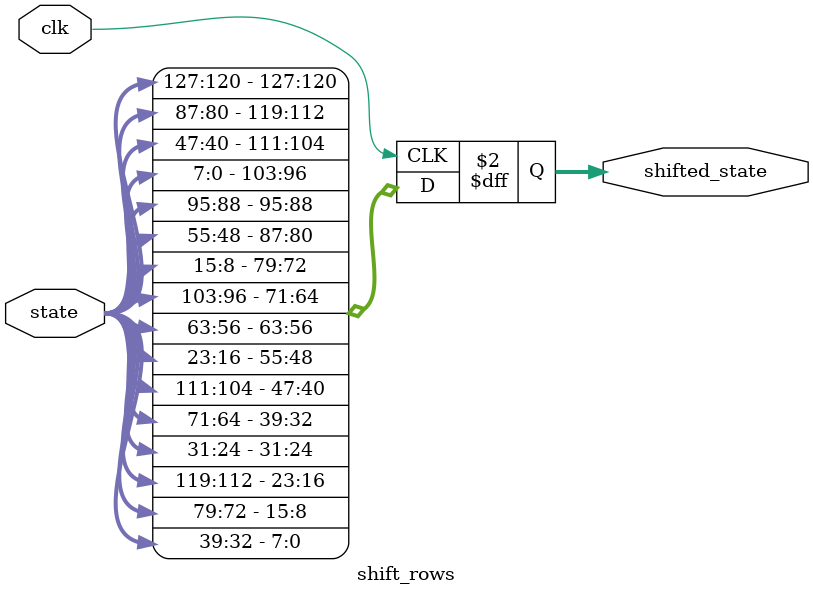
<source format=v>
module shift_rows(
    input clk,
    input [127:0] state,       // Flattened 4x4 matrix input (128 bits)
    output reg [127:0] shifted_state // Flattened 4x4 matrix output (128 bits)
);

always @(posedge clk) begin
    // // Row 0 (No shift)
    // shifted_state[127:120] <= state[127:120];
    // shifted_state[119:112] <= state[119:112];
    // shifted_state[111:104] <= state[111:104];
    // shifted_state[103:96] <= state[103:96];
    
    // // Row 1 (Left shift by 1)
    // shifted_state[95:88] <= state[87:80];
    // shifted_state[87:80] <= state[79:72];
    // shifted_state[79:72] <= state[71:64];
    // shifted_state[71:64] <= state[95:88];
    
    // // Row 2 (Left shift by 2)
    // shifted_state[63:56] <= state[47:40];
    // shifted_state[55:48] <= state[39:32];
    // shifted_state[47:40] <= state[63:56];
    // shifted_state[39:32] <= state[55:48];
    
    // // Row 3 (Left shift by 3)
    // shifted_state[31:24] <= state[7:0];
    // shifted_state[23:16] <= state[31:24];
    // shifted_state[15:8] <= state[23:16];
    // shifted_state[7:0] <= state[15:8];
	
	    // Row-wise ShiftRows transformation
    shifted_state[127:120] <= state[127:120]; // Row 0, no shift
    shifted_state[119:112] <= state[87:80];   // Row 1, left shift by 1
    shifted_state[111:104] <= state[47:40];   // Row 2, left shift by 2
    shifted_state[103:96]  <= state[7:0];     // Row 3, left shift by 3
						   
    shifted_state[95:88]   <= state[95:88];   // Row 0, no shift
    shifted_state[87:80]   <= state[55:48];   // Row 1, left shift by 1
    shifted_state[79:72]   <= state[15:8];    // Row 2, left shift by 2
    shifted_state[71:64]   <= state[103:96];  // Row 3, left shift by 3
						   
    shifted_state[63:56]   <= state[63:56];   // Row 0, no shift
    shifted_state[55:48]   <= state[23:16];   // Row 1, left shift by 1
    shifted_state[47:40]   <= state[111:104]; // Row 2, left shift by 2
    shifted_state[39:32]   <= state[71:64];   // Row 3, left shift by 3
						   
    shifted_state[31:24]   <= state[31:24];   // Row 0, no shift
    shifted_state[23:16]   <= state[119:112]; // Row 1, left shift by 1
    shifted_state[15:8]    <= state[79:72];   // Row 2, left shift by 2
    shifted_state[7:0]     <= state[39:32];   // Row 3, left shift by 3
	
	
end

endmodule



</source>
